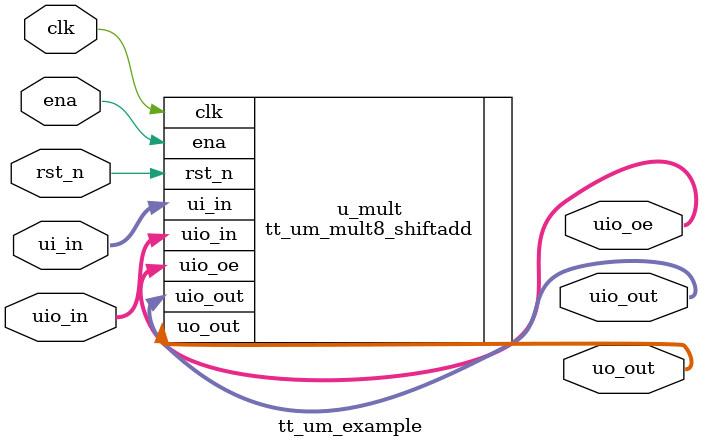
<source format=v>
/*
 * Copyright (c) 2024 Your Name
 * SPDX-License-Identifier: Apache-2.0
 */
`default_nettype none

module tt_um_example (
    input  wire [7:0] ui_in,    // Dedicated inputs
    output wire [7:0] uo_out,   // Dedicated outputs
    input  wire [7:0] uio_in,   // IOs: Input path
    output wire [7:0] uio_out,  // IOs: Output path
    output wire [7:0] uio_oe,   // IOs: Enable path (1=output)
    input  wire       ena,      // goes high when design is selected
    input  wire       clk,      // clock
    input  wire       rst_n     // active-low reset
`ifdef GL_TEST
  , input  wire       VPWR,     // for gate-level sims
    input  wire       VGND
`endif
);

  // Instantiate your actual design (pass TT harness straight through)
  tt_um_mult8_shiftadd #(.FRAC_BITS(0)) u_mult (
      .ui_in  (ui_in),
      .uo_out (uo_out),
      .uio_in (uio_in),
      .uio_out(uio_out),
      .uio_oe (uio_oe),
      .ena    (ena),
      .clk    (clk),
      .rst_n  (rst_n)
  );

endmodule

</source>
